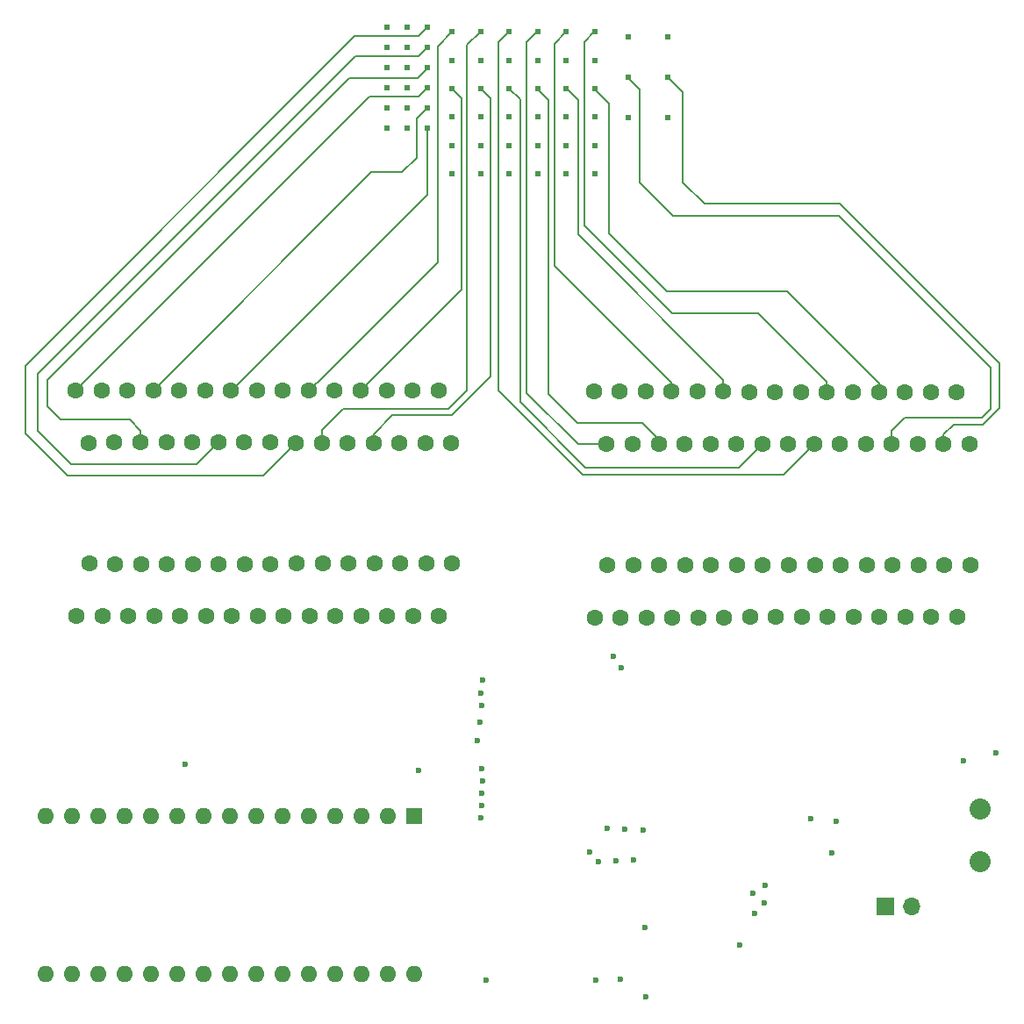
<source format=gbr>
G04 #@! TF.GenerationSoftware,KiCad,Pcbnew,(5.1.5)-3*
G04 #@! TF.CreationDate,2020-07-15T17:56:55-04:00*
G04 #@! TF.ProjectId,dmf_relay_board,646d665f-7265-46c6-9179-5f626f617264,rev?*
G04 #@! TF.SameCoordinates,Original*
G04 #@! TF.FileFunction,Copper,L3,Inr*
G04 #@! TF.FilePolarity,Positive*
%FSLAX46Y46*%
G04 Gerber Fmt 4.6, Leading zero omitted, Abs format (unit mm)*
G04 Created by KiCad (PCBNEW (5.1.5)-3) date 2020-07-15 17:56:55*
%MOMM*%
%LPD*%
G04 APERTURE LIST*
%ADD10O,1.700000X1.700000*%
%ADD11R,1.700000X1.700000*%
%ADD12C,1.600000*%
%ADD13C,0.604800*%
%ADD14R,1.600000X1.600000*%
%ADD15O,1.600000X1.600000*%
%ADD16C,2.032000*%
%ADD17C,0.600000*%
%ADD18C,0.200000*%
G04 APERTURE END LIST*
D10*
X199425560Y-139804140D03*
D11*
X196885560Y-139804140D03*
D12*
X120027380Y-95111540D03*
X122527380Y-95071540D03*
X125027380Y-95071540D03*
X127527380Y-95071540D03*
X130027380Y-95071540D03*
X132527380Y-95071540D03*
X135027380Y-95071540D03*
X155027380Y-95111540D03*
X152527380Y-95111540D03*
X150027380Y-95111540D03*
X147527380Y-95111540D03*
X145027380Y-95111540D03*
X142527380Y-95111540D03*
X140027380Y-95111540D03*
X137527380Y-95071540D03*
X153777380Y-90071540D03*
X151277380Y-90071540D03*
X148777380Y-90071540D03*
X146277380Y-90071540D03*
X143777380Y-90071540D03*
X141277380Y-90071540D03*
X138777380Y-90071540D03*
X118777380Y-90031540D03*
X121277380Y-90031540D03*
X123777380Y-90031540D03*
X126277380Y-90031540D03*
X128777380Y-90031540D03*
X131277380Y-90031540D03*
X133777380Y-90071540D03*
X136277380Y-90071540D03*
X170026380Y-95238540D03*
X172526380Y-95198540D03*
X175026380Y-95198540D03*
X177526380Y-95198540D03*
X180026380Y-95198540D03*
X182526380Y-95198540D03*
X185026380Y-95198540D03*
X205026380Y-95238540D03*
X202526380Y-95238540D03*
X200026380Y-95238540D03*
X197526380Y-95238540D03*
X195026380Y-95238540D03*
X192526380Y-95238540D03*
X190026380Y-95238540D03*
X187526380Y-95198540D03*
X203776380Y-90198540D03*
X201276380Y-90198540D03*
X198776380Y-90198540D03*
X196276380Y-90198540D03*
X193776380Y-90198540D03*
X191276380Y-90198540D03*
X188776380Y-90198540D03*
X168776380Y-90158540D03*
X171276380Y-90158540D03*
X173776380Y-90158540D03*
X176276380Y-90158540D03*
X178776380Y-90158540D03*
X181276380Y-90158540D03*
X183776380Y-90198540D03*
X186276380Y-90198540D03*
D13*
X150734500Y-60864100D03*
X148789500Y-58919100D03*
X150734500Y-64754100D03*
X148789500Y-64754100D03*
X150734500Y-62809100D03*
X148789500Y-62809100D03*
X148789500Y-60864100D03*
X150734500Y-58919100D03*
X148789500Y-56974100D03*
X150734500Y-55029100D03*
X148789500Y-55029100D03*
X150734500Y-56974100D03*
X152679500Y-55029100D03*
X168848500Y-69166200D03*
X166098500Y-69166200D03*
X163348500Y-69166200D03*
X160598500Y-69166200D03*
X160598500Y-55416200D03*
X163348500Y-63666200D03*
X157848500Y-63666200D03*
X168848500Y-63666200D03*
X166098500Y-63666200D03*
X160598500Y-66416200D03*
X160598500Y-63666200D03*
X157848500Y-69166200D03*
X157848500Y-66416200D03*
X155098500Y-69166200D03*
X168848500Y-66416200D03*
X166098500Y-66416200D03*
X163348500Y-66416200D03*
X155098500Y-66416200D03*
X163348500Y-60916200D03*
X160598500Y-60916200D03*
X166098500Y-58166200D03*
X155098500Y-63666200D03*
X168848500Y-58166200D03*
X157848500Y-60916200D03*
X168848500Y-60916200D03*
X166098500Y-60916200D03*
X155098500Y-60916200D03*
X168848500Y-55416200D03*
X157848500Y-55416200D03*
X163348500Y-58166200D03*
X157848500Y-58166200D03*
X155098500Y-58166200D03*
X163348500Y-55416200D03*
X166098500Y-55416200D03*
X160598500Y-58166200D03*
X155098500Y-55416200D03*
D12*
X186347500Y-111910500D03*
X183847500Y-111910500D03*
X181347500Y-111950500D03*
X178847500Y-111950500D03*
X176347500Y-111950500D03*
X173847500Y-111950500D03*
X171347500Y-111950500D03*
X168847500Y-111950500D03*
X188847500Y-111910500D03*
X191347500Y-111910500D03*
X193847500Y-111910500D03*
X196347500Y-111910500D03*
X198847500Y-111910500D03*
X201347500Y-111910500D03*
X203847500Y-111910500D03*
X187597500Y-106910500D03*
X190097500Y-106870500D03*
X192597500Y-106870500D03*
X195097500Y-106870500D03*
X197597500Y-106870500D03*
X200097500Y-106870500D03*
X202597500Y-106870500D03*
X205097500Y-106870500D03*
X185097500Y-106910500D03*
X182597500Y-106910500D03*
X180097500Y-106910500D03*
X177597500Y-106910500D03*
X175097500Y-106910500D03*
X172597500Y-106910500D03*
X170097500Y-106870500D03*
D13*
X152679500Y-60864100D03*
X152679500Y-58919100D03*
X152679500Y-64754100D03*
X152679500Y-62809100D03*
X175952140Y-55943500D03*
X152679500Y-56974100D03*
X172062140Y-63723500D03*
X172062140Y-55943500D03*
X172062140Y-59833500D03*
X175952140Y-63723500D03*
X175952140Y-59833500D03*
D12*
X136348500Y-111783500D03*
X133848500Y-111783500D03*
X131348500Y-111823500D03*
X128848500Y-111823500D03*
X126348500Y-111823500D03*
X123848500Y-111823500D03*
X121348500Y-111823500D03*
X118848500Y-111823500D03*
X138848500Y-111783500D03*
X141348500Y-111783500D03*
X143848500Y-111783500D03*
X146348500Y-111783500D03*
X148848500Y-111783500D03*
X151348500Y-111783500D03*
X153848500Y-111783500D03*
X137598500Y-106783500D03*
X140098500Y-106743500D03*
X142598500Y-106743500D03*
X145098500Y-106743500D03*
X147598500Y-106743500D03*
X150098500Y-106743500D03*
X152598500Y-106743500D03*
X155098500Y-106743500D03*
X135098500Y-106783500D03*
X132598500Y-106783500D03*
X130098500Y-106783500D03*
X127598500Y-106783500D03*
X125098500Y-106783500D03*
X122598500Y-106783500D03*
X120098500Y-106743500D03*
D14*
X151447500Y-131064000D03*
D15*
X118427500Y-146304000D03*
X148907500Y-131064000D03*
X120967500Y-146304000D03*
X146367500Y-131064000D03*
X123507500Y-146304000D03*
X143827500Y-131064000D03*
X126047500Y-146304000D03*
X141287500Y-131064000D03*
X128587500Y-146304000D03*
X138747500Y-131064000D03*
X131127500Y-146304000D03*
X136207500Y-131064000D03*
X133667500Y-146304000D03*
X133667500Y-131064000D03*
X136207500Y-146304000D03*
X131127500Y-131064000D03*
X138747500Y-146304000D03*
X128587500Y-131064000D03*
X141287500Y-146304000D03*
X126047500Y-131064000D03*
X143827500Y-146304000D03*
X123507500Y-131064000D03*
X146367500Y-146304000D03*
X120967500Y-131064000D03*
X148907500Y-146304000D03*
X118427500Y-131064000D03*
X151447500Y-146304000D03*
X115887500Y-131064000D03*
X115887500Y-146304000D03*
D16*
X206024480Y-130418840D03*
X206024480Y-135498840D03*
D17*
X171345860Y-146852640D03*
X129341880Y-126085600D03*
X158369000Y-146908520D03*
X173827440Y-148518880D03*
X168965880Y-146966940D03*
X170627040Y-115722400D03*
X171413706Y-116835654D03*
X189697360Y-131318000D03*
X185267600Y-137792560D03*
X191764920Y-134630160D03*
X192176400Y-131622800D03*
X184277000Y-140497560D03*
X207566796Y-124981236D03*
X185206640Y-139471400D03*
X184165240Y-138588000D03*
X204457300Y-125780800D03*
X158074360Y-118013480D03*
X157911800Y-119212360D03*
X157909620Y-131234269D03*
X157922359Y-130048618D03*
X157965927Y-128890104D03*
X158006154Y-127728249D03*
X157997380Y-126517393D03*
X157569000Y-123855480D03*
X157784800Y-122036840D03*
X157921960Y-120406160D03*
X173553120Y-132443220D03*
X172626020Y-135366760D03*
X171776020Y-132410200D03*
X170926020Y-135402320D03*
X170064060Y-132316220D03*
X169214060Y-135498840D03*
X168382580Y-134594794D03*
X173720760Y-141846300D03*
X151894540Y-126690120D03*
X182872380Y-143578580D03*
D18*
X173167040Y-60960000D02*
X172100240Y-59893200D01*
X176377600Y-73182480D02*
X173167040Y-69971920D01*
X173167040Y-69971920D02*
X173167040Y-60960000D01*
X192435480Y-73182480D02*
X176377600Y-73182480D01*
X207081120Y-87828120D02*
X192435480Y-73182480D01*
X198788020Y-92661740D02*
X206204820Y-92661740D01*
X206204820Y-92661740D02*
X207081120Y-91785440D01*
X207081120Y-91785440D02*
X207081120Y-87828120D01*
X197526380Y-93923380D02*
X198788020Y-92661740D01*
X197526380Y-95238540D02*
X197526380Y-93923380D01*
X202526380Y-94275160D02*
X203471780Y-93329760D01*
X202526380Y-95238540D02*
X202526380Y-94275160D01*
X203471780Y-93329760D02*
X206268320Y-93329760D01*
X206268320Y-93329760D02*
X207873600Y-91724480D01*
X207873600Y-87376000D02*
X192532000Y-72034400D01*
X207873600Y-91724480D02*
X207873600Y-87376000D01*
X192532000Y-72034400D02*
X179425600Y-72034400D01*
X179425600Y-72034400D02*
X177378360Y-69987160D01*
X177378360Y-61259720D02*
X175952140Y-59833500D01*
X177378360Y-69987160D02*
X177378360Y-61259720D01*
X153695400Y-56819300D02*
X155098500Y-55416200D01*
X153695400Y-77683360D02*
X153695400Y-56819300D01*
X141277380Y-90071540D02*
X142077379Y-89271541D01*
X142077379Y-89271541D02*
X142107219Y-89271541D01*
X142107219Y-89271541D02*
X153695400Y-77683360D01*
X156545280Y-70246542D02*
X156548511Y-70243311D01*
X156545280Y-90043000D02*
X156545280Y-70246542D01*
X156548511Y-56716189D02*
X157848500Y-55416200D01*
X156548511Y-70243311D02*
X156548511Y-56716189D01*
X153781062Y-91843860D02*
X153786142Y-91838780D01*
X153786142Y-91838780D02*
X154749500Y-91838780D01*
X144561560Y-91843860D02*
X153781062Y-91843860D01*
X154749500Y-91838780D02*
X156545280Y-90043000D01*
X142527380Y-95111540D02*
X142527380Y-93878040D01*
X142527380Y-93878040D02*
X144561560Y-91843860D01*
X159557720Y-90030300D02*
X167683180Y-98155760D01*
X159552640Y-65462058D02*
X159548499Y-65466199D01*
X159548499Y-65466199D02*
X159548499Y-67366201D01*
X159552640Y-64620342D02*
X159552640Y-65462058D01*
X167683180Y-98155760D02*
X187109160Y-98155760D01*
X159548499Y-67366201D02*
X159552640Y-67370342D01*
X187109160Y-98155760D02*
X190026380Y-95238540D01*
X159557720Y-70125422D02*
X159557720Y-90030300D01*
X159548499Y-56466201D02*
X159548499Y-64616201D01*
X159552640Y-67370342D02*
X159552640Y-68212058D01*
X159548499Y-64616201D02*
X159552640Y-64620342D01*
X160598500Y-55416200D02*
X159548499Y-56466201D01*
X159548499Y-68216199D02*
X159548499Y-70116201D01*
X159552640Y-68212058D02*
X159548499Y-68216199D01*
X159548499Y-70116201D02*
X159557720Y-70125422D01*
X162298499Y-57216199D02*
X162298380Y-57216080D01*
X162298380Y-56436260D02*
X163301680Y-55432960D01*
X167290720Y-95238540D02*
X162316160Y-90263980D01*
X170026380Y-95238540D02*
X167290720Y-95238540D01*
X162298380Y-57216080D02*
X162298380Y-56436260D01*
X162316160Y-90263980D02*
X162316160Y-70133862D01*
X162316160Y-70133862D02*
X162298499Y-70116201D01*
X162298499Y-70116201D02*
X162298499Y-57216199D01*
X164973000Y-56575960D02*
X166093140Y-55455820D01*
X164973000Y-78000860D02*
X164973000Y-56575960D01*
X176276380Y-90158540D02*
X176276380Y-89304240D01*
X176276380Y-89304240D02*
X164973000Y-78000860D01*
X167843200Y-69980902D02*
X167843200Y-56443880D01*
X191276380Y-89231880D02*
X184617360Y-82572860D01*
X184617360Y-82572860D02*
X176334420Y-82572860D01*
X167843200Y-56443880D02*
X168836340Y-55450740D01*
X191276380Y-90198540D02*
X191276380Y-89231880D01*
X176334420Y-82572860D02*
X167906700Y-74145140D01*
X167843200Y-74074020D02*
X167843200Y-69980902D01*
X167906700Y-74137520D02*
X167843200Y-74074020D01*
X167906700Y-74145140D02*
X167906700Y-74137520D01*
X156048501Y-61866201D02*
X155098500Y-60916200D01*
X156048501Y-80283259D02*
X156048501Y-61866201D01*
X146277380Y-90071540D02*
X147077379Y-89271541D01*
X147077379Y-89271541D02*
X147077379Y-89254381D01*
X147077379Y-89254381D02*
X156048501Y-80283259D01*
X158798501Y-61864481D02*
X158798501Y-88709259D01*
X157850220Y-60916200D02*
X158798501Y-61864481D01*
X157848500Y-60916200D02*
X157850220Y-60916200D01*
X158798501Y-88709259D02*
X155067000Y-92440760D01*
X155067000Y-92440760D02*
X149329140Y-92440760D01*
X147527380Y-94242520D02*
X147527380Y-95111540D01*
X149329140Y-92440760D02*
X147527380Y-94242520D01*
X182760040Y-97464880D02*
X185026380Y-95198540D01*
X161648140Y-91165680D02*
X167947340Y-97464880D01*
X167947340Y-97464880D02*
X182760040Y-97464880D01*
X160598500Y-60916200D02*
X161648140Y-61965840D01*
X161648140Y-61965840D02*
X161648140Y-91165680D01*
X175026380Y-95198540D02*
X175026380Y-94744600D01*
X175026380Y-94744600D02*
X173431200Y-93149420D01*
X173431200Y-93149420D02*
X167157400Y-93149420D01*
X167157400Y-93149420D02*
X164393880Y-90385900D01*
X164393880Y-62034420D02*
X163342320Y-60982860D01*
X164393880Y-90385900D02*
X164393880Y-62034420D01*
X181276380Y-90158540D02*
X181276380Y-89013420D01*
X181276380Y-89013420D02*
X167246300Y-74983340D01*
X167246300Y-62019180D02*
X166179500Y-60952380D01*
X167246300Y-74983340D02*
X167246300Y-62019180D01*
X196276380Y-90198540D02*
X196276380Y-89332220D01*
X196276380Y-89332220D02*
X187385960Y-80441800D01*
X187385960Y-80441800D02*
X175823880Y-80441800D01*
X175823880Y-80441800D02*
X170235880Y-74853800D01*
X170235880Y-62362080D02*
X168912540Y-61038740D01*
X170235880Y-74853800D02*
X170235880Y-62362080D01*
X149586222Y-55872380D02*
X149579501Y-55879101D01*
X149937778Y-55872380D02*
X149586222Y-55872380D01*
X152679500Y-55029100D02*
X151829499Y-55879101D01*
X151829499Y-55879101D02*
X149944499Y-55879101D01*
X149944499Y-55879101D02*
X149937778Y-55872380D01*
X149579501Y-55879101D02*
X147999499Y-55879101D01*
X147999499Y-55879101D02*
X147992778Y-55872380D01*
X113934240Y-94228920D02*
X113934240Y-87640160D01*
X145695299Y-55879101D02*
X147999499Y-55879101D01*
X113934240Y-87640160D02*
X145695299Y-55879101D01*
X117983000Y-98277680D02*
X113934240Y-94228920D01*
X136860280Y-98277680D02*
X117983000Y-98277680D01*
X140027380Y-95111540D02*
X139227381Y-95911539D01*
X139227381Y-95911539D02*
X139226421Y-95911539D01*
X139226421Y-95911539D02*
X136860280Y-98277680D01*
X130027380Y-95071540D02*
X130027380Y-95633840D01*
X152679500Y-56974100D02*
X151829499Y-57824101D01*
X115097560Y-93919040D02*
X115097560Y-88458040D01*
X145731499Y-57824101D02*
X151829499Y-57824101D01*
X115097560Y-88458040D02*
X145731499Y-57824101D01*
X118353840Y-97175320D02*
X115097560Y-93919040D01*
X130418840Y-97175320D02*
X118353840Y-97175320D01*
X132527380Y-95071540D02*
X131727381Y-95871539D01*
X131727381Y-95871539D02*
X131722621Y-95871539D01*
X131722621Y-95871539D02*
X130418840Y-97175320D01*
X151754840Y-59923680D02*
X152648920Y-59029600D01*
X145155920Y-59923680D02*
X151754840Y-59923680D01*
X116078000Y-89001600D02*
X145155920Y-59923680D01*
X116078000Y-91102918D02*
X116078000Y-89001600D01*
X116075460Y-91602560D02*
X116075460Y-91105458D01*
X116075460Y-91105458D02*
X116078000Y-91102918D01*
X117332760Y-92859860D02*
X116075460Y-91602560D01*
X123987560Y-92859860D02*
X117332760Y-92859860D01*
X125027380Y-95071540D02*
X125027380Y-93899680D01*
X125027380Y-93899680D02*
X123987560Y-92859860D01*
X152377101Y-61166499D02*
X152679500Y-60864100D01*
X151829499Y-61714101D02*
X152377101Y-61166499D01*
X147094819Y-61714101D02*
X151829499Y-61714101D01*
X118777380Y-90031540D02*
X147094819Y-61714101D01*
X171276380Y-90158540D02*
X171276380Y-90115760D01*
X147317440Y-68991480D02*
X150281640Y-68991480D01*
X150281640Y-68991480D02*
X151673560Y-67599560D01*
X151673560Y-63815040D02*
X152679500Y-62809100D01*
X151673560Y-67599560D02*
X151673560Y-63815040D01*
X126277380Y-90031540D02*
X147317440Y-68991480D01*
X152679500Y-71170700D02*
X152679500Y-64754100D01*
X133777380Y-90071540D02*
X134577379Y-89271541D01*
X134577379Y-89271541D02*
X134578659Y-89271541D01*
X134578659Y-89271541D02*
X152679500Y-71170700D01*
M02*

</source>
